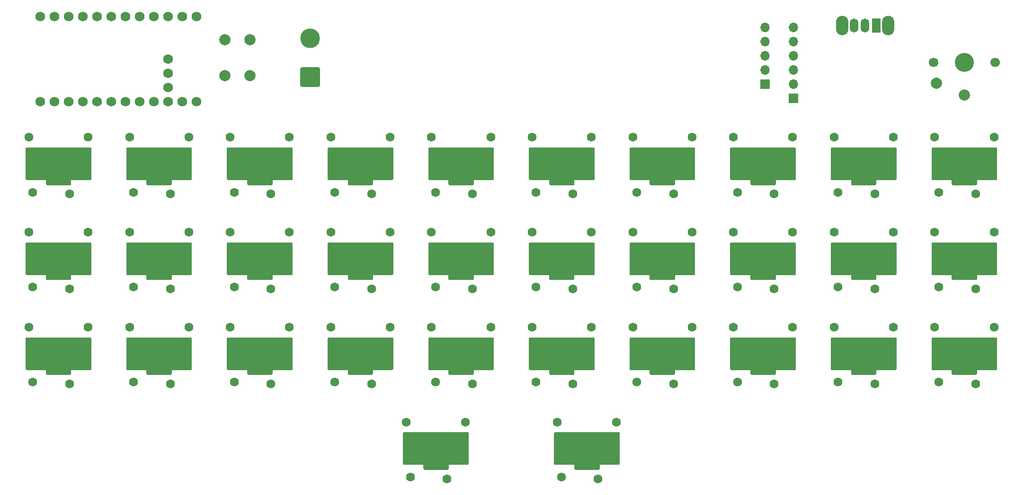
<source format=gbs>
G04 #@! TF.GenerationSoftware,KiCad,Pcbnew,(7.0.0)*
G04 #@! TF.CreationDate,2023-03-07T23:42:06+01:00*
G04 #@! TF.ProjectId,mqz_board,6d717a5f-626f-4617-9264-2e6b69636164,rev?*
G04 #@! TF.SameCoordinates,Original*
G04 #@! TF.FileFunction,Soldermask,Bot*
G04 #@! TF.FilePolarity,Negative*
%FSLAX46Y46*%
G04 Gerber Fmt 4.6, Leading zero omitted, Abs format (unit mm)*
G04 Created by KiCad (PCBNEW (7.0.0)) date 2023-03-07 23:42:06*
%MOMM*%
%LPD*%
G01*
G04 APERTURE LIST*
G04 Aperture macros list*
%AMRoundRect*
0 Rectangle with rounded corners*
0 $1 Rounding radius*
0 $2 $3 $4 $5 $6 $7 $8 $9 X,Y pos of 4 corners*
0 Add a 4 corners polygon primitive as box body*
4,1,4,$2,$3,$4,$5,$6,$7,$8,$9,$2,$3,0*
0 Add four circle primitives for the rounded corners*
1,1,$1+$1,$2,$3*
1,1,$1+$1,$4,$5*
1,1,$1+$1,$6,$7*
1,1,$1+$1,$8,$9*
0 Add four rect primitives between the rounded corners*
20,1,$1+$1,$2,$3,$4,$5,0*
20,1,$1+$1,$4,$5,$6,$7,0*
20,1,$1+$1,$6,$7,$8,$9,0*
20,1,$1+$1,$8,$9,$2,$3,0*%
G04 Aperture macros list end*
%ADD10O,0.300000X5.800000*%
%ADD11O,2.000000X5.800000*%
%ADD12O,0.300000X1.100000*%
%ADD13O,11.700000X0.300000*%
%ADD14O,11.700000X5.800000*%
%ADD15O,4.500000X1.000000*%
%ADD16O,4.500000X0.300000*%
%ADD17C,1.600000*%
%ADD18O,2.200000X3.500000*%
%ADD19R,1.500000X2.500000*%
%ADD20O,1.500000X2.500000*%
%ADD21C,1.752600*%
%ADD22R,1.700000X1.700000*%
%ADD23O,1.700000X1.700000*%
%ADD24C,1.700000*%
%ADD25C,3.400000*%
%ADD26C,2.000000*%
%ADD27RoundRect,0.250002X1.499998X-1.499998X1.499998X1.499998X-1.499998X1.499998X-1.499998X-1.499998X0*%
%ADD28C,3.500000*%
G04 APERTURE END LIST*
D10*
X192299999Y-116999999D03*
D11*
X193149999Y-116999999D03*
D12*
X195899999Y-120249999D03*
D13*
X197999999Y-114249999D03*
D14*
X197999999Y-116999999D03*
D13*
X197999999Y-119749999D03*
D15*
X197999999Y-120299999D03*
D16*
X197999999Y-120649999D03*
D12*
X200099999Y-120249999D03*
D11*
X202849999Y-116999999D03*
D10*
X203699999Y-116999999D03*
D17*
X200000000Y-122400000D03*
X193420000Y-122100000D03*
X192700000Y-112250000D03*
X203300000Y-112250000D03*
D10*
X228299999Y-99999999D03*
D11*
X229149999Y-99999999D03*
D12*
X231899999Y-103249999D03*
D13*
X233999999Y-97249999D03*
D14*
X233999999Y-99999999D03*
D13*
X233999999Y-102749999D03*
D15*
X233999999Y-103299999D03*
D16*
X233999999Y-103649999D03*
D12*
X236099999Y-103249999D03*
D11*
X238849999Y-99999999D03*
D10*
X239699999Y-99999999D03*
D17*
X236000000Y-105400000D03*
X229420000Y-105100000D03*
X228700000Y-95250000D03*
X239300000Y-95250000D03*
D10*
X210299999Y-99999999D03*
D11*
X211149999Y-99999999D03*
D12*
X213899999Y-103249999D03*
D13*
X215999999Y-97249999D03*
D14*
X215999999Y-99999999D03*
D13*
X215999999Y-102749999D03*
D15*
X215999999Y-103299999D03*
D16*
X215999999Y-103649999D03*
D12*
X218099999Y-103249999D03*
D11*
X220849999Y-99999999D03*
D10*
X221699999Y-99999999D03*
D17*
X218000000Y-105400000D03*
X211420000Y-105100000D03*
X210700000Y-95250000D03*
X221300000Y-95250000D03*
D10*
X102299999Y-116999999D03*
D11*
X103149999Y-116999999D03*
D12*
X105899999Y-120249999D03*
D13*
X107999999Y-114249999D03*
D14*
X107999999Y-116999999D03*
D13*
X107999999Y-119749999D03*
D15*
X107999999Y-120299999D03*
D16*
X107999999Y-120649999D03*
D12*
X110099999Y-120249999D03*
D11*
X112849999Y-116999999D03*
D10*
X113699999Y-116999999D03*
D17*
X110000000Y-122400000D03*
X103420000Y-122100000D03*
X102700000Y-112250000D03*
X113300000Y-112250000D03*
D10*
X138299999Y-82999999D03*
D11*
X139149999Y-82999999D03*
D12*
X141899999Y-86249999D03*
D13*
X143999999Y-80249999D03*
D14*
X143999999Y-82999999D03*
D13*
X143999999Y-85749999D03*
D15*
X143999999Y-86299999D03*
D16*
X143999999Y-86649999D03*
D12*
X146099999Y-86249999D03*
D11*
X148849999Y-82999999D03*
D10*
X149699999Y-82999999D03*
D17*
X146000000Y-88400000D03*
X139420000Y-88100000D03*
X138700000Y-78250000D03*
X149300000Y-78250000D03*
D10*
X138299999Y-99999999D03*
D11*
X139149999Y-99999999D03*
D12*
X141899999Y-103249999D03*
D13*
X143999999Y-97249999D03*
D14*
X143999999Y-99999999D03*
D13*
X143999999Y-102749999D03*
D15*
X143999999Y-103299999D03*
D16*
X143999999Y-103649999D03*
D12*
X146099999Y-103249999D03*
D11*
X148849999Y-99999999D03*
D10*
X149699999Y-99999999D03*
D17*
X146000000Y-105400000D03*
X139420000Y-105100000D03*
X138700000Y-95250000D03*
X149300000Y-95250000D03*
D18*
X220349999Y-58249999D03*
X212149999Y-58249999D03*
D19*
X218249999Y-58249999D03*
D20*
X216249999Y-58249999D03*
X214249999Y-58249999D03*
D10*
X133799999Y-133999999D03*
D11*
X134649999Y-133999999D03*
D12*
X137399999Y-137249999D03*
D13*
X139499999Y-131249999D03*
D14*
X139499999Y-133999999D03*
D13*
X139499999Y-136749999D03*
D15*
X139499999Y-137299999D03*
D16*
X139499999Y-137649999D03*
D12*
X141599999Y-137249999D03*
D11*
X144349999Y-133999999D03*
D10*
X145199999Y-133999999D03*
D17*
X141500000Y-139400000D03*
X134920000Y-139100000D03*
X134200000Y-129250000D03*
X144800000Y-129250000D03*
D10*
X228299999Y-82999999D03*
D11*
X229149999Y-82999999D03*
D12*
X231899999Y-86249999D03*
D13*
X233999999Y-80249999D03*
D14*
X233999999Y-82999999D03*
D13*
X233999999Y-85749999D03*
D15*
X233999999Y-86299999D03*
D16*
X233999999Y-86649999D03*
D12*
X236099999Y-86249999D03*
D11*
X238849999Y-82999999D03*
D10*
X239699999Y-82999999D03*
D17*
X236000000Y-88400000D03*
X229420000Y-88100000D03*
X228700000Y-78250000D03*
X239300000Y-78250000D03*
D10*
X66299999Y-116999999D03*
D11*
X67149999Y-116999999D03*
D12*
X69899999Y-120249999D03*
D13*
X71999999Y-114249999D03*
D14*
X71999999Y-116999999D03*
D13*
X71999999Y-119749999D03*
D15*
X71999999Y-120299999D03*
D16*
X71999999Y-120649999D03*
D12*
X74099999Y-120249999D03*
D11*
X76849999Y-116999999D03*
D10*
X77699999Y-116999999D03*
D17*
X74000000Y-122400000D03*
X67420000Y-122100000D03*
X66700000Y-112250000D03*
X77300000Y-112250000D03*
D10*
X156299999Y-82999999D03*
D11*
X157149999Y-82999999D03*
D12*
X159899999Y-86249999D03*
D13*
X161999999Y-80249999D03*
D14*
X161999999Y-82999999D03*
D13*
X161999999Y-85749999D03*
D15*
X161999999Y-86299999D03*
D16*
X161999999Y-86649999D03*
D12*
X164099999Y-86249999D03*
D11*
X166849999Y-82999999D03*
D10*
X167699999Y-82999999D03*
D17*
X164000000Y-88400000D03*
X157420000Y-88100000D03*
X156700000Y-78250000D03*
X167300000Y-78250000D03*
D21*
X68760000Y-71870000D03*
X71300000Y-71870000D03*
X73840000Y-71870000D03*
X76380000Y-71870000D03*
X78920000Y-71870000D03*
X81460000Y-71870000D03*
X84000000Y-71870000D03*
X86540000Y-71870000D03*
X89080000Y-71870000D03*
X91620000Y-71870000D03*
X94160000Y-71870000D03*
X96700000Y-71870000D03*
X96700000Y-56630000D03*
X94160000Y-56630000D03*
X91620000Y-56630000D03*
X89080000Y-56630000D03*
X86540000Y-56630000D03*
X84000000Y-56630000D03*
X81460000Y-56630000D03*
X78920000Y-56630000D03*
X76380000Y-56630000D03*
X73840000Y-56630000D03*
X71300000Y-56630000D03*
X68760000Y-56630000D03*
X91620000Y-69330000D03*
X91620000Y-66790000D03*
X91620000Y-64250000D03*
D10*
X156299999Y-99999999D03*
D11*
X157149999Y-99999999D03*
D12*
X159899999Y-103249999D03*
D13*
X161999999Y-97249999D03*
D14*
X161999999Y-99999999D03*
D13*
X161999999Y-102749999D03*
D15*
X161999999Y-103299999D03*
D16*
X161999999Y-103649999D03*
D12*
X164099999Y-103249999D03*
D11*
X166849999Y-99999999D03*
D10*
X167699999Y-99999999D03*
D17*
X164000000Y-105400000D03*
X157420000Y-105100000D03*
X156700000Y-95250000D03*
X167300000Y-95250000D03*
D22*
X198399999Y-68739999D03*
D23*
X198399999Y-66199999D03*
X198399999Y-63659999D03*
X198399999Y-61119999D03*
X198399999Y-58579999D03*
D10*
X192299999Y-99999999D03*
D11*
X193149999Y-99999999D03*
D12*
X195899999Y-103249999D03*
D13*
X197999999Y-97249999D03*
D14*
X197999999Y-99999999D03*
D13*
X197999999Y-102749999D03*
D15*
X197999999Y-103299999D03*
D16*
X197999999Y-103649999D03*
D12*
X200099999Y-103249999D03*
D11*
X202849999Y-99999999D03*
D10*
X203699999Y-99999999D03*
D17*
X200000000Y-105400000D03*
X193420000Y-105100000D03*
X192700000Y-95250000D03*
X203300000Y-95250000D03*
D10*
X84299999Y-99999999D03*
D11*
X85149999Y-99999999D03*
D12*
X87899999Y-103249999D03*
D13*
X89999999Y-97249999D03*
D14*
X89999999Y-99999999D03*
D13*
X89999999Y-102749999D03*
D15*
X89999999Y-103299999D03*
D16*
X89999999Y-103649999D03*
D12*
X92099999Y-103249999D03*
D11*
X94849999Y-99999999D03*
D10*
X95699999Y-99999999D03*
D17*
X92000000Y-105400000D03*
X85420000Y-105100000D03*
X84700000Y-95250000D03*
X95300000Y-95250000D03*
D10*
X174299999Y-82999999D03*
D11*
X175149999Y-82999999D03*
D12*
X177899999Y-86249999D03*
D13*
X179999999Y-80249999D03*
D14*
X179999999Y-82999999D03*
D13*
X179999999Y-85749999D03*
D15*
X179999999Y-86299999D03*
D16*
X179999999Y-86649999D03*
D12*
X182099999Y-86249999D03*
D11*
X184849999Y-82999999D03*
D10*
X185699999Y-82999999D03*
D17*
X182000000Y-88400000D03*
X175420000Y-88100000D03*
X174700000Y-78250000D03*
X185300000Y-78250000D03*
D10*
X210299999Y-82999999D03*
D11*
X211149999Y-82999999D03*
D12*
X213899999Y-86249999D03*
D13*
X215999999Y-80249999D03*
D14*
X215999999Y-82999999D03*
D13*
X215999999Y-85749999D03*
D15*
X215999999Y-86299999D03*
D16*
X215999999Y-86649999D03*
D12*
X218099999Y-86249999D03*
D11*
X220849999Y-82999999D03*
D10*
X221699999Y-82999999D03*
D17*
X218000000Y-88400000D03*
X211420000Y-88100000D03*
X210700000Y-78250000D03*
X221300000Y-78250000D03*
D10*
X66299999Y-99999999D03*
D11*
X67149999Y-99999999D03*
D12*
X69899999Y-103249999D03*
D13*
X71999999Y-97249999D03*
D14*
X71999999Y-99999999D03*
D13*
X71999999Y-102749999D03*
D15*
X71999999Y-103299999D03*
D16*
X71999999Y-103649999D03*
D12*
X74099999Y-103249999D03*
D11*
X76849999Y-99999999D03*
D10*
X77699999Y-99999999D03*
D17*
X74000000Y-105400000D03*
X67420000Y-105100000D03*
X66700000Y-95250000D03*
X77300000Y-95250000D03*
D10*
X102299999Y-99999999D03*
D11*
X103149999Y-99999999D03*
D12*
X105899999Y-103249999D03*
D13*
X107999999Y-97249999D03*
D14*
X107999999Y-99999999D03*
D13*
X107999999Y-102749999D03*
D15*
X107999999Y-103299999D03*
D16*
X107999999Y-103649999D03*
D12*
X110099999Y-103249999D03*
D11*
X112849999Y-99999999D03*
D10*
X113699999Y-99999999D03*
D17*
X110000000Y-105400000D03*
X103420000Y-105100000D03*
X102700000Y-95250000D03*
X113300000Y-95250000D03*
D10*
X120299999Y-116999999D03*
D11*
X121149999Y-116999999D03*
D12*
X123899999Y-120249999D03*
D13*
X125999999Y-114249999D03*
D14*
X125999999Y-116999999D03*
D13*
X125999999Y-119749999D03*
D15*
X125999999Y-120299999D03*
D16*
X125999999Y-120649999D03*
D12*
X128099999Y-120249999D03*
D11*
X130849999Y-116999999D03*
D10*
X131699999Y-116999999D03*
D17*
X128000000Y-122400000D03*
X121420000Y-122100000D03*
X120700000Y-112250000D03*
X131300000Y-112250000D03*
D10*
X192299999Y-82999999D03*
D11*
X193149999Y-82999999D03*
D12*
X195899999Y-86249999D03*
D13*
X197999999Y-80249999D03*
D14*
X197999999Y-82999999D03*
D13*
X197999999Y-85749999D03*
D15*
X197999999Y-86299999D03*
D16*
X197999999Y-86649999D03*
D12*
X200099999Y-86249999D03*
D11*
X202849999Y-82999999D03*
D10*
X203699999Y-82999999D03*
D17*
X200000000Y-88400000D03*
X193420000Y-88100000D03*
X192700000Y-78250000D03*
X203300000Y-78250000D03*
D24*
X239500000Y-64800000D03*
D25*
X234000000Y-64800000D03*
D24*
X228500000Y-64800000D03*
D26*
X234000000Y-70700000D03*
X229000000Y-68600000D03*
D10*
X174299999Y-116999999D03*
D11*
X175149999Y-116999999D03*
D12*
X177899999Y-120249999D03*
D13*
X179999999Y-114249999D03*
D14*
X179999999Y-116999999D03*
D13*
X179999999Y-119749999D03*
D15*
X179999999Y-120299999D03*
D16*
X179999999Y-120649999D03*
D12*
X182099999Y-120249999D03*
D11*
X184849999Y-116999999D03*
D10*
X185699999Y-116999999D03*
D17*
X182000000Y-122400000D03*
X175420000Y-122100000D03*
X174700000Y-112250000D03*
X185300000Y-112250000D03*
D10*
X66299999Y-82999999D03*
D11*
X67149999Y-82999999D03*
D12*
X69899999Y-86249999D03*
D13*
X71999999Y-80249999D03*
D14*
X71999999Y-82999999D03*
D13*
X71999999Y-85749999D03*
D15*
X71999999Y-86299999D03*
D16*
X71999999Y-86649999D03*
D12*
X74099999Y-86249999D03*
D11*
X76849999Y-82999999D03*
D10*
X77699999Y-82999999D03*
D17*
X74000000Y-88400000D03*
X67420000Y-88100000D03*
X66700000Y-78250000D03*
X77300000Y-78250000D03*
D10*
X228299999Y-116999999D03*
D11*
X229149999Y-116999999D03*
D12*
X231899999Y-120249999D03*
D13*
X233999999Y-114249999D03*
D14*
X233999999Y-116999999D03*
D13*
X233999999Y-119749999D03*
D15*
X233999999Y-120299999D03*
D16*
X233999999Y-120649999D03*
D12*
X236099999Y-120249999D03*
D11*
X238849999Y-116999999D03*
D10*
X239699999Y-116999999D03*
D17*
X236000000Y-122400000D03*
X229420000Y-122100000D03*
X228700000Y-112250000D03*
X239300000Y-112250000D03*
D26*
X101750000Y-67250000D03*
X101750000Y-60750000D03*
X106250000Y-67250000D03*
X106250000Y-60750000D03*
D10*
X156299999Y-116999999D03*
D11*
X157149999Y-116999999D03*
D12*
X159899999Y-120249999D03*
D13*
X161999999Y-114249999D03*
D14*
X161999999Y-116999999D03*
D13*
X161999999Y-119749999D03*
D15*
X161999999Y-120299999D03*
D16*
X161999999Y-120649999D03*
D12*
X164099999Y-120249999D03*
D11*
X166849999Y-116999999D03*
D10*
X167699999Y-116999999D03*
D17*
X164000000Y-122400000D03*
X157420000Y-122100000D03*
X156700000Y-112250000D03*
X167300000Y-112250000D03*
D10*
X84299999Y-116999999D03*
D11*
X85149999Y-116999999D03*
D12*
X87899999Y-120249999D03*
D13*
X89999999Y-114249999D03*
D14*
X89999999Y-116999999D03*
D13*
X89999999Y-119749999D03*
D15*
X89999999Y-120299999D03*
D16*
X89999999Y-120649999D03*
D12*
X92099999Y-120249999D03*
D11*
X94849999Y-116999999D03*
D10*
X95699999Y-116999999D03*
D17*
X92000000Y-122400000D03*
X85420000Y-122100000D03*
X84700000Y-112250000D03*
X95300000Y-112250000D03*
D10*
X160799999Y-133999999D03*
D11*
X161649999Y-133999999D03*
D12*
X164399999Y-137249999D03*
D13*
X166499999Y-131249999D03*
D14*
X166499999Y-133999999D03*
D13*
X166499999Y-136749999D03*
D15*
X166499999Y-137299999D03*
D16*
X166499999Y-137649999D03*
D12*
X168599999Y-137249999D03*
D11*
X171349999Y-133999999D03*
D10*
X172199999Y-133999999D03*
D17*
X168500000Y-139400000D03*
X161920000Y-139100000D03*
X161200000Y-129250000D03*
X171800000Y-129250000D03*
D27*
X117000000Y-67500000D03*
D28*
X117000000Y-60500000D03*
D10*
X174299999Y-99999999D03*
D11*
X175149999Y-99999999D03*
D12*
X177899999Y-103249999D03*
D13*
X179999999Y-97249999D03*
D14*
X179999999Y-99999999D03*
D13*
X179999999Y-102749999D03*
D15*
X179999999Y-103299999D03*
D16*
X179999999Y-103649999D03*
D12*
X182099999Y-103249999D03*
D11*
X184849999Y-99999999D03*
D10*
X185699999Y-99999999D03*
D17*
X182000000Y-105400000D03*
X175420000Y-105100000D03*
X174700000Y-95250000D03*
X185300000Y-95250000D03*
D10*
X210299999Y-116999999D03*
D11*
X211149999Y-116999999D03*
D12*
X213899999Y-120249999D03*
D13*
X215999999Y-114249999D03*
D14*
X215999999Y-116999999D03*
D13*
X215999999Y-119749999D03*
D15*
X215999999Y-120299999D03*
D16*
X215999999Y-120649999D03*
D12*
X218099999Y-120249999D03*
D11*
X220849999Y-116999999D03*
D10*
X221699999Y-116999999D03*
D17*
X218000000Y-122400000D03*
X211420000Y-122100000D03*
X210700000Y-112250000D03*
X221300000Y-112250000D03*
D10*
X120299999Y-82999999D03*
D11*
X121149999Y-82999999D03*
D12*
X123899999Y-86249999D03*
D13*
X125999999Y-80249999D03*
D14*
X125999999Y-82999999D03*
D13*
X125999999Y-85749999D03*
D15*
X125999999Y-86299999D03*
D16*
X125999999Y-86649999D03*
D12*
X128099999Y-86249999D03*
D11*
X130849999Y-82999999D03*
D10*
X131699999Y-82999999D03*
D17*
X128000000Y-88400000D03*
X121420000Y-88100000D03*
X120700000Y-78250000D03*
X131300000Y-78250000D03*
D10*
X138299999Y-116999999D03*
D11*
X139149999Y-116999999D03*
D12*
X141899999Y-120249999D03*
D13*
X143999999Y-114249999D03*
D14*
X143999999Y-116999999D03*
D13*
X143999999Y-119749999D03*
D15*
X143999999Y-120299999D03*
D16*
X143999999Y-120649999D03*
D12*
X146099999Y-120249999D03*
D11*
X148849999Y-116999999D03*
D10*
X149699999Y-116999999D03*
D17*
X146000000Y-122400000D03*
X139420000Y-122100000D03*
X138700000Y-112250000D03*
X149300000Y-112250000D03*
D22*
X203479999Y-71279999D03*
D23*
X203479999Y-68739999D03*
X203479999Y-66199999D03*
X203479999Y-63659999D03*
X203479999Y-61119999D03*
X203479999Y-58579999D03*
D10*
X84299999Y-82999999D03*
D11*
X85149999Y-82999999D03*
D12*
X87899999Y-86249999D03*
D13*
X89999999Y-80249999D03*
D14*
X89999999Y-82999999D03*
D13*
X89999999Y-85749999D03*
D15*
X89999999Y-86299999D03*
D16*
X89999999Y-86649999D03*
D12*
X92099999Y-86249999D03*
D11*
X94849999Y-82999999D03*
D10*
X95699999Y-82999999D03*
D17*
X92000000Y-88400000D03*
X85420000Y-88100000D03*
X84700000Y-78250000D03*
X95300000Y-78250000D03*
D10*
X120299999Y-99999999D03*
D11*
X121149999Y-99999999D03*
D12*
X123899999Y-103249999D03*
D13*
X125999999Y-97249999D03*
D14*
X125999999Y-99999999D03*
D13*
X125999999Y-102749999D03*
D15*
X125999999Y-103299999D03*
D16*
X125999999Y-103649999D03*
D12*
X128099999Y-103249999D03*
D11*
X130849999Y-99999999D03*
D10*
X131699999Y-99999999D03*
D17*
X128000000Y-105400000D03*
X121420000Y-105100000D03*
X120700000Y-95250000D03*
X131300000Y-95250000D03*
D10*
X102299999Y-82999999D03*
D11*
X103149999Y-82999999D03*
D12*
X105899999Y-86249999D03*
D13*
X107999999Y-80249999D03*
D14*
X107999999Y-82999999D03*
D13*
X107999999Y-85749999D03*
D15*
X107999999Y-86299999D03*
D16*
X107999999Y-86649999D03*
D12*
X110099999Y-86249999D03*
D11*
X112849999Y-82999999D03*
D10*
X113699999Y-82999999D03*
D17*
X110000000Y-88400000D03*
X103420000Y-88100000D03*
X102700000Y-78250000D03*
X113300000Y-78250000D03*
M02*

</source>
